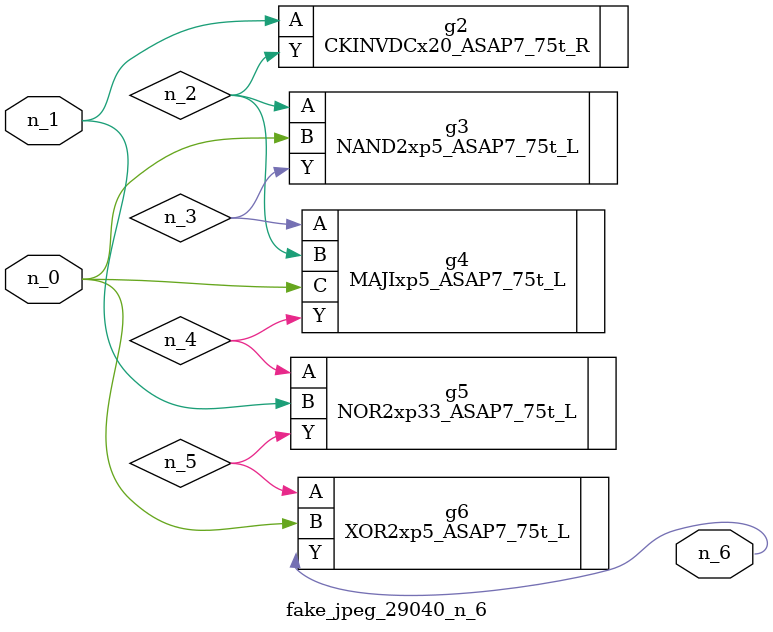
<source format=v>
module fake_jpeg_29040_n_6 (n_0, n_1, n_6);

input n_0;
input n_1;

output n_6;

wire n_2;
wire n_3;
wire n_4;
wire n_5;

CKINVDCx20_ASAP7_75t_R g2 ( 
.A(n_1),
.Y(n_2)
);

NAND2xp5_ASAP7_75t_L g3 ( 
.A(n_2),
.B(n_0),
.Y(n_3)
);

MAJIxp5_ASAP7_75t_L g4 ( 
.A(n_3),
.B(n_2),
.C(n_0),
.Y(n_4)
);

NOR2xp33_ASAP7_75t_L g5 ( 
.A(n_4),
.B(n_1),
.Y(n_5)
);

XOR2xp5_ASAP7_75t_L g6 ( 
.A(n_5),
.B(n_0),
.Y(n_6)
);


endmodule
</source>
